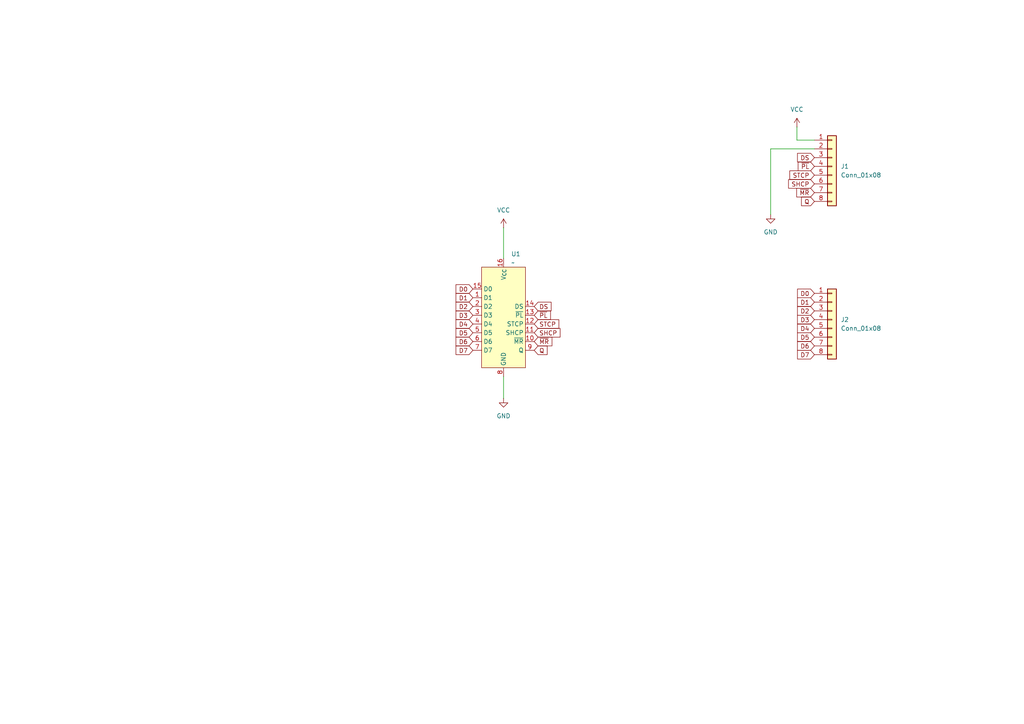
<source format=kicad_sch>
(kicad_sch (version 20231120) (generator "eeschema") (generator_version "8.0")
  (paper "A4")
  (lib_symbols
    (symbol "Connector_Generic:Conn_01x08" (pin_names (offset 1.016) hide)
      (property "Reference" "J" (at 0 10.16 0))
      (property "Value" "Conn_01x08" (at 0 -12.7 0))
      (symbol "Conn_01x08_1_1"
        (rectangle (start -1.27 -10.033) (end 0 -10.287) (stroke (width 0.1524)))
        (rectangle (start -1.27 -7.493) (end 0 -7.747) (stroke (width 0.1524)))
        (rectangle (start -1.27 -4.953) (end 0 -5.207) (stroke (width 0.1524)))
        (rectangle (start -1.27 -2.413) (end 0 -2.667) (stroke (width 0.1524)))
        (rectangle (start -1.27 0.127) (end 0 -0.127) (stroke (width 0.1524)))
        (rectangle (start -1.27 2.667) (end 0 2.413) (stroke (width 0.1524)))
        (rectangle (start -1.27 5.207) (end 0 4.953) (stroke (width 0.1524)))
        (rectangle (start -1.27 7.747) (end 0 7.493) (stroke (width 0.1524)))
        (rectangle (start -1.27 8.89) (end 1.27 -11.43) (stroke (width 0.254)) (fill (type background)))
        (pin passive line (at -5.08 7.62 0) (length 3.81) (name "Pin_1") (number "1"))
        (pin passive line (at -5.08 5.08 0) (length 3.81) (name "Pin_2") (number "2"))
        (pin passive line (at -5.08 2.54 0) (length 3.81) (name "Pin_3") (number "3"))
        (pin passive line (at -5.08 0 0) (length 3.81) (name "Pin_4") (number "4"))
        (pin passive line (at -5.08 -2.54 0) (length 3.81) (name "Pin_5") (number "5"))
        (pin passive line (at -5.08 -5.08 0) (length 3.81) (name "Pin_6") (number "6"))
        (pin passive line (at -5.08 -7.62 0) (length 3.81) (name "Pin_7") (number "7"))
        (pin passive line (at -5.08 -10.16 0) (length 3.81) (name "Pin_8") (number "8"))
      )
    )
    (symbol "NobleCrafted:74HC597D"
      (property "Reference" "U" (at 3.048 16.256 0))
      (symbol "74HC597D_0_0"
        (pin input line (at -8.89 6.35 0) (length 2.54) (name "D1") (number "1"))
        (pin input line (at 8.89 -6.35 180) (length 2.54) (name "~{MR}") (number "10"))
        (pin input line (at 8.89 -3.81 180) (length 2.54) (name "SHCP") (number "11"))
        (pin input line (at 8.89 -1.27 180) (length 2.54) (name "STCP") (number "12"))
        (pin input line (at 8.89 1.27 180) (length 2.54) (name "~{PL}") (number "13"))
        (pin input line (at 8.89 3.81 180) (length 2.54) (name "DS") (number "14"))
        (pin input line (at -8.89 8.89 0) (length 2.54) (name "D0") (number "15"))
        (pin power_in line (at 0 17.78 270) (length 2.54) (name "V_{CC}") (number "16"))
        (pin input line (at -8.89 3.81 0) (length 2.54) (name "D2") (number "2"))
        (pin input line (at -8.89 1.27 0) (length 2.54) (name "D3") (number "3"))
        (pin input line (at -8.89 -1.27 0) (length 2.54) (name "D4") (number "4"))
        (pin input line (at -8.89 -3.81 0) (length 2.54) (name "D5") (number "5"))
        (pin input line (at -8.89 -6.35 0) (length 2.54) (name "D6") (number "6"))
        (pin input line (at -8.89 -8.89 0) (length 2.54) (name "D7") (number "7"))
        (pin power_in line (at 0 -16.51 90) (length 2.54) (name "GND") (number "8"))
        (pin output line (at 8.89 -8.89 180) (length 2.54) (name "Q") (number "9"))
      )
      (symbol "74HC597D_1_1"
        (rectangle (start -6.35 15.24) (end 6.35 -13.97) (fill (type background)))
      )
    )
    (symbol "power:GND" (power) (pin_numbers hide) (pin_names (offset 0) hide)
      (property "Value" "GND" (at 0 -3.81 0))
      (symbol "GND_0_1"
        (polyline (pts (xy 0 0) (xy 0 -1.27) (xy 1.27 -1.27) (xy 0 -2.54) (xy -1.27 -1.27) (xy 0 -1.27)))
      )
      (symbol "GND_1_1"
        (pin power_in line (at 0 0 270) (length 0) (name "~") (number "1"))
      )
    )
    (symbol "power:VCC" (power) (pin_numbers hide) (pin_names (offset 0) hide)
      (property "Value" "VCC" (at 0 3.556 0))
      (symbol "VCC_0_1"
        (polyline (pts (xy -0.762 1.27) (xy 0 2.54)))
        (polyline (pts (xy 0 0) (xy 0 2.54)))
        (polyline (pts (xy 0 2.54) (xy 0.762 1.27)))
      )
      (symbol "VCC_1_1"
        (pin power_in line (at 0 0 90) (length 0) (name "~") (number "1"))
      )
    )
  )
  (wire (pts (xy 146.05 109.22) (xy 146.05 115.57)))
  (wire (pts (xy 231.14 36.83) (xy 231.14 40.64)))
  (wire (pts (xy 146.05 66.04) (xy 146.05 74.93)))
  (wire (pts (xy 223.52 43.18) (xy 236.22 43.18)))
  (wire (pts (xy 223.52 62.23) (xy 223.52 43.18)))
  (wire (pts (xy 231.14 40.64) (xy 236.22 40.64)))
  (global_label "D0" (shape input) (at 137.16 83.82 180) (property "Intersheetrefs" "${INTERSHEET_REFS}" (effects (hide yes))))
  (global_label "D5" (shape input) (at 236.22 97.79 180) (property "Intersheetrefs" "${INTERSHEET_REFS}" (effects (hide yes))))
  (global_label "D7" (shape input) (at 137.16 101.6 180) (property "Intersheetrefs" "${INTERSHEET_REFS}" (effects (hide yes))))
  (global_label "D2" (shape input) (at 236.22 90.17 180) (property "Intersheetrefs" "${INTERSHEET_REFS}" (effects (hide yes))))
  (global_label "~{PL}" (shape input) (at 236.22 48.26 180) (property "Intersheetrefs" "${INTERSHEET_REFS}" (effects (hide yes))))
  (global_label "~{MR}" (shape input) (at 154.94 99.06 0) (property "Intersheetrefs" "${INTERSHEET_REFS}" (effects (hide yes))))
  (global_label "D2" (shape input) (at 137.16 88.9 180) (property "Intersheetrefs" "${INTERSHEET_REFS}" (effects (hide yes))))
  (global_label "D3" (shape input) (at 236.22 92.71 180) (property "Intersheetrefs" "${INTERSHEET_REFS}" (effects (hide yes))))
  (global_label "~{MR}" (shape input) (at 236.22 55.88 180) (property "Intersheetrefs" "${INTERSHEET_REFS}" (effects (hide yes))))
  (global_label "Q" (shape input) (at 154.94 101.6 0) (property "Intersheetrefs" "${INTERSHEET_REFS}" (effects (hide yes))))
  (global_label "D4" (shape input) (at 236.22 95.25 180) (property "Intersheetrefs" "${INTERSHEET_REFS}" (effects (hide yes))))
  (global_label "D6" (shape input) (at 137.16 99.06 180) (property "Intersheetrefs" "${INTERSHEET_REFS}" (effects (hide yes))))
  (global_label "~{PL}" (shape input) (at 154.94 91.44 0) (property "Intersheetrefs" "${INTERSHEET_REFS}" (effects (hide yes))))
  (global_label "D7" (shape input) (at 236.22 102.87 180) (property "Intersheetrefs" "${INTERSHEET_REFS}" (effects (hide yes))))
  (global_label "D0" (shape input) (at 236.22 85.09 180) (property "Intersheetrefs" "${INTERSHEET_REFS}" (effects (hide yes))))
  (global_label "Q" (shape input) (at 236.22 58.42 180) (property "Intersheetrefs" "${INTERSHEET_REFS}" (effects (hide yes))))
  (global_label "SHCP" (shape input) (at 154.94 96.52 0) (property "Intersheetrefs" "${INTERSHEET_REFS}" (effects (hide yes))))
  (global_label "D1" (shape input) (at 137.16 86.36 180) (property "Intersheetrefs" "${INTERSHEET_REFS}" (effects (hide yes))))
  (global_label "STCP" (shape input) (at 236.22 50.8 180) (property "Intersheetrefs" "${INTERSHEET_REFS}" (effects (hide yes))))
  (global_label "DS" (shape input) (at 154.94 88.9 0) (property "Intersheetrefs" "${INTERSHEET_REFS}" (effects (hide yes))))
  (global_label "D1" (shape input) (at 236.22 87.63 180) (property "Intersheetrefs" "${INTERSHEET_REFS}" (effects (hide yes))))
  (global_label "SHCP" (shape input) (at 236.22 53.34 180) (property "Intersheetrefs" "${INTERSHEET_REFS}" (effects (hide yes))))
  (global_label "D4" (shape input) (at 137.16 93.98 180) (property "Intersheetrefs" "${INTERSHEET_REFS}" (effects (hide yes))))
  (global_label "DS" (shape input) (at 236.22 45.72 180) (property "Intersheetrefs" "${INTERSHEET_REFS}" (effects (hide yes))))
  (global_label "STCP" (shape input) (at 154.94 93.98 0) (property "Intersheetrefs" "${INTERSHEET_REFS}" (effects (hide yes))))
  (global_label "D5" (shape input) (at 137.16 96.52 180) (property "Intersheetrefs" "${INTERSHEET_REFS}" (effects (hide yes))))
  (global_label "D6" (shape input) (at 236.22 100.33 180) (property "Intersheetrefs" "${INTERSHEET_REFS}" (effects (hide yes))))
  (global_label "D3" (shape input) (at 137.16 91.44 180) (property "Intersheetrefs" "${INTERSHEET_REFS}" (effects (hide yes))))
  (symbol (lib_id "power:VCC") (at 146.05 66.04 0) (unit 1)
    (property "Reference" "#PWR02" (effects (hide yes)))
    (property "Value" "VCC" (at 146.05 60.96 0))
    (property "Description" "Power symbol creates a global label with name \"VCC\"" (effects (hide yes)))
  )
  (symbol (lib_id "power:GND") (at 223.52 62.23 0) (unit 1)
    (property "Reference" "#PWR06" (effects (hide yes)))
    (property "Value" "GND" (at 223.52 67.31 0))
    (property "Description" "Power symbol creates a global label with name \"GND\" , ground" (effects (hide yes)))
  )
  (symbol (lib_id "power:VCC") (at 231.14 36.83 0) (unit 1)
    (property "Reference" "#PWR01" (effects (hide yes)))
    (property "Value" "VCC" (at 231.14 31.75 0))
    (property "Description" "Power symbol creates a global label with name \"VCC\"" (effects (hide yes)))
  )
  (symbol (lib_id "Connector_Generic:Conn_01x08") (at 241.3 48.26 0) (unit 1)
    (property "Reference" "J1" (at 243.84 48.2599 0) (effects (justify left)))
    (property "Value" "Conn_01x08" (at 243.84 50.7999 0) (effects (justify left)))
    (property "Footprint" "Connector_PinHeader_2.54mm:PinHeader_1x08_P2.54mm_Vertical" (effects (hide yes)))
    (property "Description" "Generic connector, single row, 01x08, script generated (kicad-library-utils/schlib/autogen/connector/)" (effects (hide yes)))
  )
  (symbol (lib_id "NobleCrafted:74HC597D") (at 146.05 92.71 0) (unit 1)
    (property "Reference" "U1" (at 148.2441 73.66 0) (effects (justify left)))
    (property "Value" "~" (at 148.2441 76.2 0) (effects (justify left)))
    (property "Footprint" "Package_SO:SO-16_3.9x9.9mm_P1.27mm" (effects (hide yes)))
  )
  (symbol (lib_id "power:GND") (at 146.05 115.57 0) (unit 1)
    (property "Reference" "#PWR04" (effects (hide yes)))
    (property "Value" "GND" (at 146.05 120.65 0))
    (property "Description" "Power symbol creates a global label with name \"GND\" , ground" (effects (hide yes)))
  )
  (symbol (lib_id "Connector_Generic:Conn_01x08") (at 241.3 92.71 0) (unit 1)
    (property "Reference" "J2" (at 243.84 92.7099 0) (effects (justify left)))
    (property "Value" "Conn_01x08" (at 243.84 95.2499 0) (effects (justify left)))
    (property "Footprint" "Connector_PinHeader_2.54mm:PinHeader_1x08_P2.54mm_Vertical" (effects (hide yes)))
    (property "Description" "Generic connector, single row, 01x08, script generated (kicad-library-utils/schlib/autogen/connector/)" (effects (hide yes)))
  )
)
</source>
